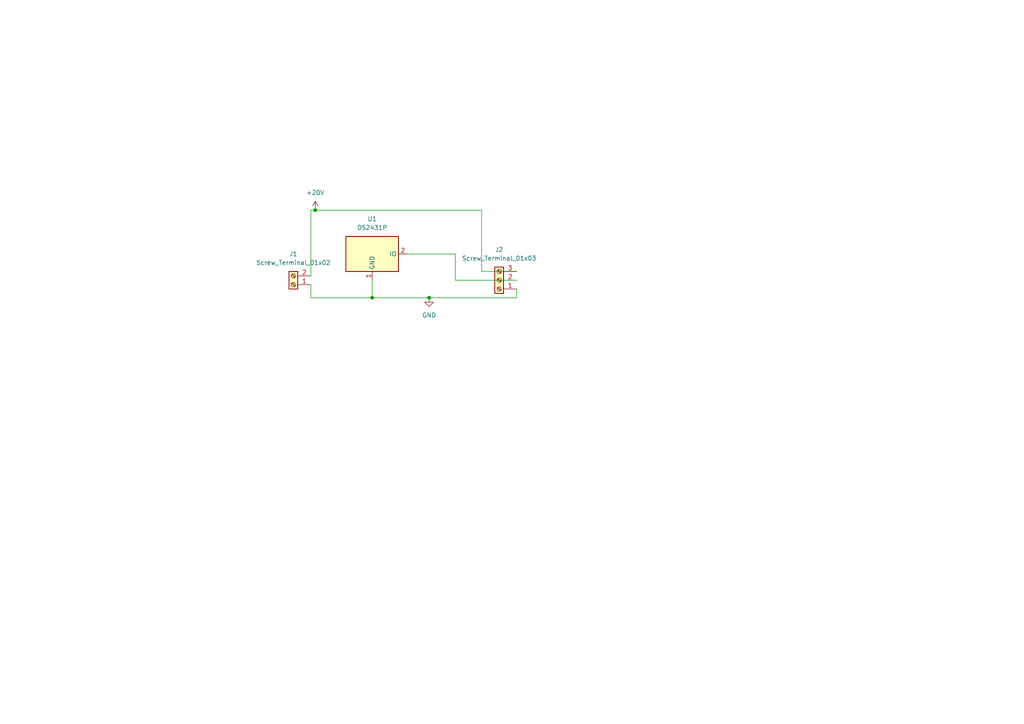
<source format=kicad_sch>
(kicad_sch
	(version 20250114)
	(generator "eeschema")
	(generator_version "9.0")
	(uuid "1c7e6398-1e52-4c78-9b8c-ef1e64772bc1")
	(paper "A4")
	(lib_symbols
		(symbol "Connector:Screw_Terminal_01x02"
			(pin_names
				(offset 1.016)
				(hide yes)
			)
			(exclude_from_sim no)
			(in_bom yes)
			(on_board yes)
			(property "Reference" "J"
				(at 0 2.54 0)
				(effects
					(font
						(size 1.27 1.27)
					)
				)
			)
			(property "Value" "Screw_Terminal_01x02"
				(at 0 -5.08 0)
				(effects
					(font
						(size 1.27 1.27)
					)
				)
			)
			(property "Footprint" ""
				(at 0 0 0)
				(effects
					(font
						(size 1.27 1.27)
					)
					(hide yes)
				)
			)
			(property "Datasheet" "~"
				(at 0 0 0)
				(effects
					(font
						(size 1.27 1.27)
					)
					(hide yes)
				)
			)
			(property "Description" "Generic screw terminal, single row, 01x02, script generated (kicad-library-utils/schlib/autogen/connector/)"
				(at 0 0 0)
				(effects
					(font
						(size 1.27 1.27)
					)
					(hide yes)
				)
			)
			(property "ki_keywords" "screw terminal"
				(at 0 0 0)
				(effects
					(font
						(size 1.27 1.27)
					)
					(hide yes)
				)
			)
			(property "ki_fp_filters" "TerminalBlock*:*"
				(at 0 0 0)
				(effects
					(font
						(size 1.27 1.27)
					)
					(hide yes)
				)
			)
			(symbol "Screw_Terminal_01x02_1_1"
				(rectangle
					(start -1.27 1.27)
					(end 1.27 -3.81)
					(stroke
						(width 0.254)
						(type default)
					)
					(fill
						(type background)
					)
				)
				(polyline
					(pts
						(xy -0.5334 0.3302) (xy 0.3302 -0.508)
					)
					(stroke
						(width 0.1524)
						(type default)
					)
					(fill
						(type none)
					)
				)
				(polyline
					(pts
						(xy -0.5334 -2.2098) (xy 0.3302 -3.048)
					)
					(stroke
						(width 0.1524)
						(type default)
					)
					(fill
						(type none)
					)
				)
				(polyline
					(pts
						(xy -0.3556 0.508) (xy 0.508 -0.3302)
					)
					(stroke
						(width 0.1524)
						(type default)
					)
					(fill
						(type none)
					)
				)
				(polyline
					(pts
						(xy -0.3556 -2.032) (xy 0.508 -2.8702)
					)
					(stroke
						(width 0.1524)
						(type default)
					)
					(fill
						(type none)
					)
				)
				(circle
					(center 0 0)
					(radius 0.635)
					(stroke
						(width 0.1524)
						(type default)
					)
					(fill
						(type none)
					)
				)
				(circle
					(center 0 -2.54)
					(radius 0.635)
					(stroke
						(width 0.1524)
						(type default)
					)
					(fill
						(type none)
					)
				)
				(pin passive line
					(at -5.08 0 0)
					(length 3.81)
					(name "Pin_1"
						(effects
							(font
								(size 1.27 1.27)
							)
						)
					)
					(number "1"
						(effects
							(font
								(size 1.27 1.27)
							)
						)
					)
				)
				(pin passive line
					(at -5.08 -2.54 0)
					(length 3.81)
					(name "Pin_2"
						(effects
							(font
								(size 1.27 1.27)
							)
						)
					)
					(number "2"
						(effects
							(font
								(size 1.27 1.27)
							)
						)
					)
				)
			)
			(embedded_fonts no)
		)
		(symbol "Connector:Screw_Terminal_01x03"
			(pin_names
				(offset 1.016)
				(hide yes)
			)
			(exclude_from_sim no)
			(in_bom yes)
			(on_board yes)
			(property "Reference" "J"
				(at 0 5.08 0)
				(effects
					(font
						(size 1.27 1.27)
					)
				)
			)
			(property "Value" "Screw_Terminal_01x03"
				(at 0 -5.08 0)
				(effects
					(font
						(size 1.27 1.27)
					)
				)
			)
			(property "Footprint" ""
				(at 0 0 0)
				(effects
					(font
						(size 1.27 1.27)
					)
					(hide yes)
				)
			)
			(property "Datasheet" "~"
				(at 0 0 0)
				(effects
					(font
						(size 1.27 1.27)
					)
					(hide yes)
				)
			)
			(property "Description" "Generic screw terminal, single row, 01x03, script generated (kicad-library-utils/schlib/autogen/connector/)"
				(at 0 0 0)
				(effects
					(font
						(size 1.27 1.27)
					)
					(hide yes)
				)
			)
			(property "ki_keywords" "screw terminal"
				(at 0 0 0)
				(effects
					(font
						(size 1.27 1.27)
					)
					(hide yes)
				)
			)
			(property "ki_fp_filters" "TerminalBlock*:*"
				(at 0 0 0)
				(effects
					(font
						(size 1.27 1.27)
					)
					(hide yes)
				)
			)
			(symbol "Screw_Terminal_01x03_1_1"
				(rectangle
					(start -1.27 3.81)
					(end 1.27 -3.81)
					(stroke
						(width 0.254)
						(type default)
					)
					(fill
						(type background)
					)
				)
				(polyline
					(pts
						(xy -0.5334 2.8702) (xy 0.3302 2.032)
					)
					(stroke
						(width 0.1524)
						(type default)
					)
					(fill
						(type none)
					)
				)
				(polyline
					(pts
						(xy -0.5334 0.3302) (xy 0.3302 -0.508)
					)
					(stroke
						(width 0.1524)
						(type default)
					)
					(fill
						(type none)
					)
				)
				(polyline
					(pts
						(xy -0.5334 -2.2098) (xy 0.3302 -3.048)
					)
					(stroke
						(width 0.1524)
						(type default)
					)
					(fill
						(type none)
					)
				)
				(polyline
					(pts
						(xy -0.3556 3.048) (xy 0.508 2.2098)
					)
					(stroke
						(width 0.1524)
						(type default)
					)
					(fill
						(type none)
					)
				)
				(polyline
					(pts
						(xy -0.3556 0.508) (xy 0.508 -0.3302)
					)
					(stroke
						(width 0.1524)
						(type default)
					)
					(fill
						(type none)
					)
				)
				(polyline
					(pts
						(xy -0.3556 -2.032) (xy 0.508 -2.8702)
					)
					(stroke
						(width 0.1524)
						(type default)
					)
					(fill
						(type none)
					)
				)
				(circle
					(center 0 2.54)
					(radius 0.635)
					(stroke
						(width 0.1524)
						(type default)
					)
					(fill
						(type none)
					)
				)
				(circle
					(center 0 0)
					(radius 0.635)
					(stroke
						(width 0.1524)
						(type default)
					)
					(fill
						(type none)
					)
				)
				(circle
					(center 0 -2.54)
					(radius 0.635)
					(stroke
						(width 0.1524)
						(type default)
					)
					(fill
						(type none)
					)
				)
				(pin passive line
					(at -5.08 2.54 0)
					(length 3.81)
					(name "Pin_1"
						(effects
							(font
								(size 1.27 1.27)
							)
						)
					)
					(number "1"
						(effects
							(font
								(size 1.27 1.27)
							)
						)
					)
				)
				(pin passive line
					(at -5.08 0 0)
					(length 3.81)
					(name "Pin_2"
						(effects
							(font
								(size 1.27 1.27)
							)
						)
					)
					(number "2"
						(effects
							(font
								(size 1.27 1.27)
							)
						)
					)
				)
				(pin passive line
					(at -5.08 -2.54 0)
					(length 3.81)
					(name "Pin_3"
						(effects
							(font
								(size 1.27 1.27)
							)
						)
					)
					(number "3"
						(effects
							(font
								(size 1.27 1.27)
							)
						)
					)
				)
			)
			(embedded_fonts no)
		)
		(symbol "Memory_EEPROM:DS2431P"
			(exclude_from_sim no)
			(in_bom yes)
			(on_board yes)
			(property "Reference" "U"
				(at -6.35 6.35 0)
				(effects
					(font
						(size 1.27 1.27)
					)
				)
			)
			(property "Value" "DS2431P"
				(at 7.62 6.35 0)
				(effects
					(font
						(size 1.27 1.27)
					)
				)
			)
			(property "Footprint" "Package_SO_J-Lead:TSOC-6_3.76x3.94mm_P1.27mm"
				(at 0 10.16 0)
				(effects
					(font
						(size 1.27 1.27)
					)
					(hide yes)
				)
			)
			(property "Datasheet" "https://www.analog.com/media/en/technical-documentation/data-sheets/DS2431.pdf"
				(at 0 12.7 0)
				(effects
					(font
						(size 1.27 1.27)
					)
					(hide yes)
				)
			)
			(property "Description" "1024-bit, 1-Wire® EEPROM chip, TSOC-6"
				(at 0 15.24 0)
				(effects
					(font
						(size 1.27 1.27)
					)
					(hide yes)
				)
			)
			(property "ki_keywords" "1kb EEPROM memory"
				(at 0 0 0)
				(effects
					(font
						(size 1.27 1.27)
					)
					(hide yes)
				)
			)
			(property "ki_fp_filters" "TSOC*"
				(at 0 0 0)
				(effects
					(font
						(size 1.27 1.27)
					)
					(hide yes)
				)
			)
			(symbol "DS2431P_1_1"
				(rectangle
					(start -7.62 5.08)
					(end 7.62 -5.08)
					(stroke
						(width 0.254)
						(type default)
					)
					(fill
						(type background)
					)
				)
				(pin no_connect line
					(at -7.62 0 0)
					(length 2.54)
					(hide yes)
					(name "NC"
						(effects
							(font
								(size 1.27 1.27)
							)
						)
					)
					(number "3"
						(effects
							(font
								(size 1.27 1.27)
							)
						)
					)
				)
				(pin no_connect line
					(at -7.62 0 0)
					(length 2.54)
					(hide yes)
					(name "NC"
						(effects
							(font
								(size 1.27 1.27)
							)
						)
					)
					(number "4"
						(effects
							(font
								(size 1.27 1.27)
							)
						)
					)
				)
				(pin no_connect line
					(at -7.62 0 0)
					(length 2.54)
					(hide yes)
					(name "NC"
						(effects
							(font
								(size 1.27 1.27)
							)
						)
					)
					(number "5"
						(effects
							(font
								(size 1.27 1.27)
							)
						)
					)
				)
				(pin no_connect line
					(at -7.62 0 0)
					(length 2.54)
					(hide yes)
					(name "NC"
						(effects
							(font
								(size 1.27 1.27)
							)
						)
					)
					(number "6"
						(effects
							(font
								(size 1.27 1.27)
							)
						)
					)
				)
				(pin power_in line
					(at 0 -7.62 90)
					(length 2.54)
					(name "GND"
						(effects
							(font
								(size 1.27 1.27)
							)
						)
					)
					(number "1"
						(effects
							(font
								(size 1.27 1.27)
							)
						)
					)
				)
				(pin bidirectional line
					(at 10.16 0 180)
					(length 2.54)
					(name "IO"
						(effects
							(font
								(size 1.27 1.27)
							)
						)
					)
					(number "2"
						(effects
							(font
								(size 1.27 1.27)
							)
						)
					)
				)
			)
			(embedded_fonts no)
		)
		(symbol "power:+24V"
			(power)
			(pin_numbers
				(hide yes)
			)
			(pin_names
				(offset 0)
				(hide yes)
			)
			(exclude_from_sim no)
			(in_bom yes)
			(on_board yes)
			(property "Reference" "#PWR"
				(at 0 -3.81 0)
				(effects
					(font
						(size 1.27 1.27)
					)
					(hide yes)
				)
			)
			(property "Value" "+24V"
				(at 0 3.556 0)
				(effects
					(font
						(size 1.27 1.27)
					)
				)
			)
			(property "Footprint" ""
				(at 0 0 0)
				(effects
					(font
						(size 1.27 1.27)
					)
					(hide yes)
				)
			)
			(property "Datasheet" ""
				(at 0 0 0)
				(effects
					(font
						(size 1.27 1.27)
					)
					(hide yes)
				)
			)
			(property "Description" "Power symbol creates a global label with name \"+24V\""
				(at 0 0 0)
				(effects
					(font
						(size 1.27 1.27)
					)
					(hide yes)
				)
			)
			(property "ki_keywords" "global power"
				(at 0 0 0)
				(effects
					(font
						(size 1.27 1.27)
					)
					(hide yes)
				)
			)
			(symbol "+24V_0_1"
				(polyline
					(pts
						(xy -0.762 1.27) (xy 0 2.54)
					)
					(stroke
						(width 0)
						(type default)
					)
					(fill
						(type none)
					)
				)
				(polyline
					(pts
						(xy 0 2.54) (xy 0.762 1.27)
					)
					(stroke
						(width 0)
						(type default)
					)
					(fill
						(type none)
					)
				)
				(polyline
					(pts
						(xy 0 0) (xy 0 2.54)
					)
					(stroke
						(width 0)
						(type default)
					)
					(fill
						(type none)
					)
				)
			)
			(symbol "+24V_1_1"
				(pin power_in line
					(at 0 0 90)
					(length 0)
					(name "~"
						(effects
							(font
								(size 1.27 1.27)
							)
						)
					)
					(number "1"
						(effects
							(font
								(size 1.27 1.27)
							)
						)
					)
				)
			)
			(embedded_fonts no)
		)
		(symbol "power:GND"
			(power)
			(pin_numbers
				(hide yes)
			)
			(pin_names
				(offset 0)
				(hide yes)
			)
			(exclude_from_sim no)
			(in_bom yes)
			(on_board yes)
			(property "Reference" "#PWR"
				(at 0 -6.35 0)
				(effects
					(font
						(size 1.27 1.27)
					)
					(hide yes)
				)
			)
			(property "Value" "GND"
				(at 0 -3.81 0)
				(effects
					(font
						(size 1.27 1.27)
					)
				)
			)
			(property "Footprint" ""
				(at 0 0 0)
				(effects
					(font
						(size 1.27 1.27)
					)
					(hide yes)
				)
			)
			(property "Datasheet" ""
				(at 0 0 0)
				(effects
					(font
						(size 1.27 1.27)
					)
					(hide yes)
				)
			)
			(property "Description" "Power symbol creates a global label with name \"GND\" , ground"
				(at 0 0 0)
				(effects
					(font
						(size 1.27 1.27)
					)
					(hide yes)
				)
			)
			(property "ki_keywords" "global power"
				(at 0 0 0)
				(effects
					(font
						(size 1.27 1.27)
					)
					(hide yes)
				)
			)
			(symbol "GND_0_1"
				(polyline
					(pts
						(xy 0 0) (xy 0 -1.27) (xy 1.27 -1.27) (xy 0 -2.54) (xy -1.27 -1.27) (xy 0 -1.27)
					)
					(stroke
						(width 0)
						(type default)
					)
					(fill
						(type none)
					)
				)
			)
			(symbol "GND_1_1"
				(pin power_in line
					(at 0 0 270)
					(length 0)
					(name "~"
						(effects
							(font
								(size 1.27 1.27)
							)
						)
					)
					(number "1"
						(effects
							(font
								(size 1.27 1.27)
							)
						)
					)
				)
			)
			(embedded_fonts no)
		)
	)
	(junction
		(at 107.95 86.36)
		(diameter 0)
		(color 0 0 0 0)
		(uuid "9e0e068f-d629-4646-b185-02203a71f401")
	)
	(junction
		(at 91.44 60.96)
		(diameter 0)
		(color 0 0 0 0)
		(uuid "c1368ccb-326d-40a4-82ee-e1d2b9327ad9")
	)
	(junction
		(at 124.46 86.36)
		(diameter 0)
		(color 0 0 0 0)
		(uuid "c1c1804d-3062-4b11-8416-cbb2e3ba7e7e")
	)
	(wire
		(pts
			(xy 149.86 86.36) (xy 149.86 83.82)
		)
		(stroke
			(width 0)
			(type default)
		)
		(uuid "1c03130a-c855-439b-bb9e-7d6d651f9e51")
	)
	(wire
		(pts
			(xy 90.17 60.96) (xy 91.44 60.96)
		)
		(stroke
			(width 0)
			(type default)
		)
		(uuid "45dbaf1f-a303-4bdf-9fe1-40dfac8b76ac")
	)
	(wire
		(pts
			(xy 139.7 60.96) (xy 139.7 78.74)
		)
		(stroke
			(width 0)
			(type default)
		)
		(uuid "4b68cf61-2eaf-4f28-bc07-c8b2d61844dd")
	)
	(wire
		(pts
			(xy 90.17 86.36) (xy 107.95 86.36)
		)
		(stroke
			(width 0)
			(type default)
		)
		(uuid "5c690461-7518-4a67-89fc-51262bf5a5df")
	)
	(wire
		(pts
			(xy 91.44 60.96) (xy 139.7 60.96)
		)
		(stroke
			(width 0)
			(type default)
		)
		(uuid "6500f20a-1a94-4c40-b9bf-d77f159aee72")
	)
	(wire
		(pts
			(xy 107.95 86.36) (xy 124.46 86.36)
		)
		(stroke
			(width 0)
			(type default)
		)
		(uuid "a147f3d7-2c39-4245-aefd-1e871b375077")
	)
	(wire
		(pts
			(xy 132.08 81.28) (xy 149.86 81.28)
		)
		(stroke
			(width 0)
			(type default)
		)
		(uuid "a405ddb5-91bf-43b9-8be9-04b215e3c834")
	)
	(wire
		(pts
			(xy 90.17 82.55) (xy 90.17 86.36)
		)
		(stroke
			(width 0)
			(type default)
		)
		(uuid "a4aa7364-a7d1-4229-aa8d-9c98bdc9de29")
	)
	(wire
		(pts
			(xy 124.46 86.36) (xy 149.86 86.36)
		)
		(stroke
			(width 0)
			(type default)
		)
		(uuid "a7bd6f05-ec54-414e-a7b7-71b1d729ab90")
	)
	(wire
		(pts
			(xy 90.17 80.01) (xy 90.17 60.96)
		)
		(stroke
			(width 0)
			(type default)
		)
		(uuid "adab6c6d-4c4b-420d-8014-729b2bb8faea")
	)
	(wire
		(pts
			(xy 118.11 73.66) (xy 132.08 73.66)
		)
		(stroke
			(width 0)
			(type default)
		)
		(uuid "cad6fd3c-1268-4f1d-9414-fa67ad58d1a2")
	)
	(wire
		(pts
			(xy 107.95 81.28) (xy 107.95 86.36)
		)
		(stroke
			(width 0)
			(type default)
		)
		(uuid "dfd9e7f0-e7f1-4660-a1a3-20d6b4ad10a4")
	)
	(wire
		(pts
			(xy 132.08 73.66) (xy 132.08 81.28)
		)
		(stroke
			(width 0)
			(type default)
		)
		(uuid "fcc4b797-55bb-4a06-ae9a-4d4a9bc4d650")
	)
	(wire
		(pts
			(xy 139.7 78.74) (xy 149.86 78.74)
		)
		(stroke
			(width 0)
			(type default)
		)
		(uuid "fffac90f-c483-4cde-97c2-d82bb51fd0c5")
	)
	(symbol
		(lib_id "power:+24V")
		(at 91.44 60.96 0)
		(unit 1)
		(exclude_from_sim no)
		(in_bom yes)
		(on_board yes)
		(dnp no)
		(fields_autoplaced yes)
		(uuid "320c25aa-1a3c-4f3e-9710-79fd19ff4249")
		(property "Reference" "#PWR02"
			(at 91.44 64.77 0)
			(effects
				(font
					(size 1.27 1.27)
				)
				(hide yes)
			)
		)
		(property "Value" "+20V"
			(at 91.44 55.88 0)
			(effects
				(font
					(size 1.27 1.27)
				)
			)
		)
		(property "Footprint" ""
			(at 91.44 60.96 0)
			(effects
				(font
					(size 1.27 1.27)
				)
				(hide yes)
			)
		)
		(property "Datasheet" ""
			(at 91.44 60.96 0)
			(effects
				(font
					(size 1.27 1.27)
				)
				(hide yes)
			)
		)
		(property "Description" "Power symbol creates a global label with name \"+24V\""
			(at 91.44 60.96 0)
			(effects
				(font
					(size 1.27 1.27)
				)
				(hide yes)
			)
		)
		(pin "1"
			(uuid "f50785eb-3dbd-479d-9047-0eb316cbd548")
		)
		(instances
			(project ""
				(path "/1c7e6398-1e52-4c78-9b8c-ef1e64772bc1"
					(reference "#PWR02")
					(unit 1)
				)
			)
		)
	)
	(symbol
		(lib_id "Memory_EEPROM:DS2431P")
		(at 107.95 73.66 0)
		(unit 1)
		(exclude_from_sim no)
		(in_bom yes)
		(on_board yes)
		(dnp no)
		(fields_autoplaced yes)
		(uuid "33e4704a-227b-4886-9043-73dd293a1f14")
		(property "Reference" "U1"
			(at 107.95 63.5 0)
			(effects
				(font
					(size 1.27 1.27)
				)
			)
		)
		(property "Value" "DS2431P"
			(at 107.95 66.04 0)
			(effects
				(font
					(size 1.27 1.27)
				)
			)
		)
		(property "Footprint" "Package_SO_J-Lead:TSOC-6_3.76x3.94mm_P1.27mm"
			(at 107.95 63.5 0)
			(effects
				(font
					(size 1.27 1.27)
				)
				(hide yes)
			)
		)
		(property "Datasheet" "https://www.analog.com/media/en/technical-documentation/data-sheets/DS2431.pdf"
			(at 107.95 60.96 0)
			(effects
				(font
					(size 1.27 1.27)
				)
				(hide yes)
			)
		)
		(property "Description" "1024-bit, 1-Wire® EEPROM chip, TSOC-6"
			(at 107.95 58.42 0)
			(effects
				(font
					(size 1.27 1.27)
				)
				(hide yes)
			)
		)
		(pin "6"
			(uuid "b7ea7d3a-8085-450f-afa2-2aa1065fb6b5")
		)
		(pin "5"
			(uuid "ab5637d7-fb18-43ad-8f70-668f81af9aa0")
		)
		(pin "4"
			(uuid "036d696d-dd58-42b8-be47-ff839120ecca")
		)
		(pin "2"
			(uuid "76010a14-c767-41f8-949e-d06f990121b2")
		)
		(pin "1"
			(uuid "3d24ba20-f634-4dec-8d8a-e8ec9c6aa393")
		)
		(pin "3"
			(uuid "a2167a42-8775-487a-8eb9-3f95dfb5dd0e")
		)
		(instances
			(project ""
				(path "/1c7e6398-1e52-4c78-9b8c-ef1e64772bc1"
					(reference "U1")
					(unit 1)
				)
			)
		)
	)
	(symbol
		(lib_id "Connector:Screw_Terminal_01x02")
		(at 85.09 82.55 180)
		(unit 1)
		(exclude_from_sim no)
		(in_bom yes)
		(on_board yes)
		(dnp no)
		(fields_autoplaced yes)
		(uuid "aba2d84d-51ef-45e3-b584-886986eefb07")
		(property "Reference" "J1"
			(at 85.09 73.66 0)
			(effects
				(font
					(size 1.27 1.27)
				)
			)
		)
		(property "Value" "Screw_Terminal_01x02"
			(at 85.09 76.2 0)
			(effects
				(font
					(size 1.27 1.27)
				)
			)
		)
		(property "Footprint" "TerminalBlock:TerminalBlock_MaiXu_MX126-5.0-02P_1x02_P5.00mm"
			(at 85.09 82.55 0)
			(effects
				(font
					(size 1.27 1.27)
				)
				(hide yes)
			)
		)
		(property "Datasheet" "~"
			(at 85.09 82.55 0)
			(effects
				(font
					(size 1.27 1.27)
				)
				(hide yes)
			)
		)
		(property "Description" "Generic screw terminal, single row, 01x02, script generated (kicad-library-utils/schlib/autogen/connector/)"
			(at 85.09 82.55 0)
			(effects
				(font
					(size 1.27 1.27)
				)
				(hide yes)
			)
		)
		(pin "1"
			(uuid "c23ce3ac-e1c2-4cb7-9769-df031c1b73ea")
		)
		(pin "2"
			(uuid "a5bf1d3f-cbca-4f03-be2f-d55ecd8ec573")
		)
		(instances
			(project ""
				(path "/1c7e6398-1e52-4c78-9b8c-ef1e64772bc1"
					(reference "J1")
					(unit 1)
				)
			)
		)
	)
	(symbol
		(lib_id "power:GND")
		(at 124.46 86.36 0)
		(unit 1)
		(exclude_from_sim no)
		(in_bom yes)
		(on_board yes)
		(dnp no)
		(fields_autoplaced yes)
		(uuid "df337dfb-029b-44cc-8be8-ff59c5bc55a5")
		(property "Reference" "#PWR01"
			(at 124.46 92.71 0)
			(effects
				(font
					(size 1.27 1.27)
				)
				(hide yes)
			)
		)
		(property "Value" "GND"
			(at 124.46 91.44 0)
			(effects
				(font
					(size 1.27 1.27)
				)
			)
		)
		(property "Footprint" ""
			(at 124.46 86.36 0)
			(effects
				(font
					(size 1.27 1.27)
				)
				(hide yes)
			)
		)
		(property "Datasheet" ""
			(at 124.46 86.36 0)
			(effects
				(font
					(size 1.27 1.27)
				)
				(hide yes)
			)
		)
		(property "Description" "Power symbol creates a global label with name \"GND\" , ground"
			(at 124.46 86.36 0)
			(effects
				(font
					(size 1.27 1.27)
				)
				(hide yes)
			)
		)
		(pin "1"
			(uuid "b67853a0-4605-4bdb-83b6-02c9a84afa9b")
		)
		(instances
			(project ""
				(path "/1c7e6398-1e52-4c78-9b8c-ef1e64772bc1"
					(reference "#PWR01")
					(unit 1)
				)
			)
		)
	)
	(symbol
		(lib_id "Connector:Screw_Terminal_01x03")
		(at 144.78 81.28 180)
		(unit 1)
		(exclude_from_sim no)
		(in_bom yes)
		(on_board yes)
		(dnp no)
		(fields_autoplaced yes)
		(uuid "eacbe98a-d13b-4448-a67d-0ff323fbb4bf")
		(property "Reference" "J2"
			(at 144.78 72.39 0)
			(effects
				(font
					(size 1.27 1.27)
				)
			)
		)
		(property "Value" "Screw_Terminal_01x03"
			(at 144.78 74.93 0)
			(effects
				(font
					(size 1.27 1.27)
				)
			)
		)
		(property "Footprint" "TerminalBlock:TerminalBlock_MaiXu_MX126-5.0-03P_1x03_P5.00mm"
			(at 144.78 81.28 0)
			(effects
				(font
					(size 1.27 1.27)
				)
				(hide yes)
			)
		)
		(property "Datasheet" "~"
			(at 144.78 81.28 0)
			(effects
				(font
					(size 1.27 1.27)
				)
				(hide yes)
			)
		)
		(property "Description" "Generic screw terminal, single row, 01x03, script generated (kicad-library-utils/schlib/autogen/connector/)"
			(at 144.78 81.28 0)
			(effects
				(font
					(size 1.27 1.27)
				)
				(hide yes)
			)
		)
		(pin "2"
			(uuid "c3bd030d-9d18-424f-9230-3d787992c81f")
		)
		(pin "1"
			(uuid "2096d604-ee0c-4a4f-a187-b5f6aeb7f297")
		)
		(pin "3"
			(uuid "1fed4005-9d25-4295-b47c-ecbd7d8f80c2")
		)
		(instances
			(project ""
				(path "/1c7e6398-1e52-4c78-9b8c-ef1e64772bc1"
					(reference "J2")
					(unit 1)
				)
			)
		)
	)
	(sheet_instances
		(path "/"
			(page "1")
		)
	)
	(embedded_fonts no)
)

</source>
